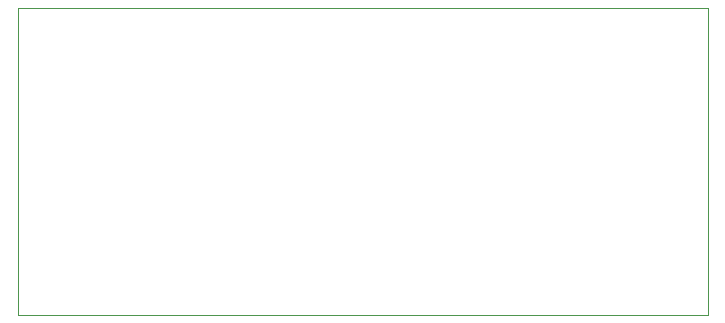
<source format=gbr>
%TF.GenerationSoftware,KiCad,Pcbnew,7.0.2*%
%TF.CreationDate,2023-10-12T22:53:16+02:00*%
%TF.ProjectId,tja1018-breakout,746a6131-3031-4382-9d62-7265616b6f75,rev?*%
%TF.SameCoordinates,Original*%
%TF.FileFunction,Profile,NP*%
%FSLAX46Y46*%
G04 Gerber Fmt 4.6, Leading zero omitted, Abs format (unit mm)*
G04 Created by KiCad (PCBNEW 7.0.2) date 2023-10-12 22:53:16*
%MOMM*%
%LPD*%
G01*
G04 APERTURE LIST*
%TA.AperFunction,Profile*%
%ADD10C,0.100000*%
%TD*%
G04 APERTURE END LIST*
D10*
X113800000Y-75000000D02*
X55400000Y-75000000D01*
X113800000Y-101000000D02*
X113800000Y-75000000D01*
X55400000Y-101000000D02*
X113800000Y-101000000D01*
X55400000Y-75000000D02*
X55400000Y-101000000D01*
M02*

</source>
